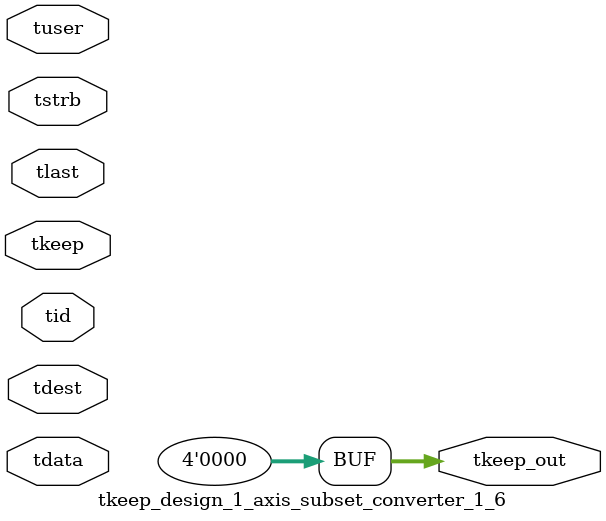
<source format=v>


`timescale 1ps/1ps

module tkeep_design_1_axis_subset_converter_1_6 #
(
parameter C_S_AXIS_TDATA_WIDTH = 32,
parameter C_S_AXIS_TUSER_WIDTH = 0,
parameter C_S_AXIS_TID_WIDTH   = 0,
parameter C_S_AXIS_TDEST_WIDTH = 0,
parameter C_M_AXIS_TDATA_WIDTH = 32
)
(
input  [(C_S_AXIS_TDATA_WIDTH == 0 ? 1 : C_S_AXIS_TDATA_WIDTH)-1:0     ] tdata,
input  [(C_S_AXIS_TUSER_WIDTH == 0 ? 1 : C_S_AXIS_TUSER_WIDTH)-1:0     ] tuser,
input  [(C_S_AXIS_TID_WIDTH   == 0 ? 1 : C_S_AXIS_TID_WIDTH)-1:0       ] tid,
input  [(C_S_AXIS_TDEST_WIDTH == 0 ? 1 : C_S_AXIS_TDEST_WIDTH)-1:0     ] tdest,
input  [(C_S_AXIS_TDATA_WIDTH/8)-1:0 ] tkeep,
input  [(C_S_AXIS_TDATA_WIDTH/8)-1:0 ] tstrb,
input                                                                    tlast,
output [(C_M_AXIS_TDATA_WIDTH/8)-1:0 ] tkeep_out
);

assign tkeep_out = {1'b0};

endmodule


</source>
